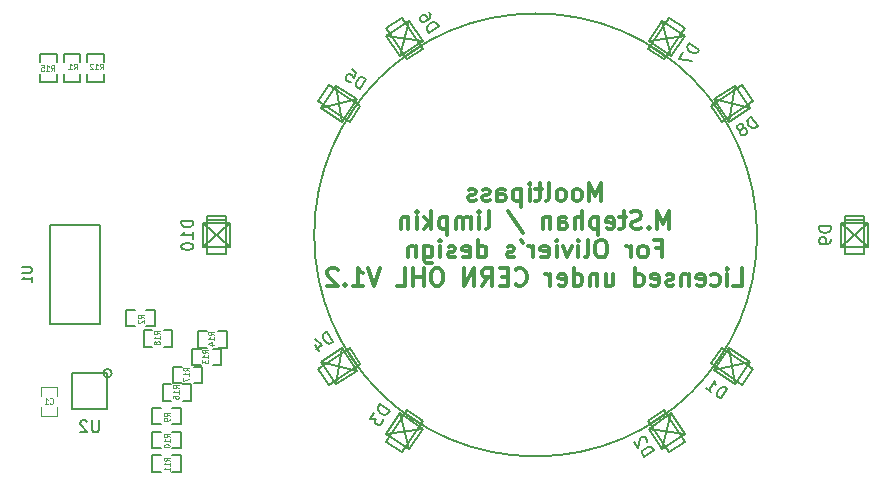
<source format=gbo>
G04 (created by PCBNEW (2013-07-07 BZR 4022)-stable) date 21/06/2014 13:29:55*
%MOIN*%
G04 Gerber Fmt 3.4, Leading zero omitted, Abs format*
%FSLAX34Y34*%
G01*
G70*
G90*
G04 APERTURE LIST*
%ADD10C,0.00590551*%
%ADD11C,0.011811*%
%ADD12C,0.005*%
%ADD13C,0.0047*%
%ADD14C,0.0045*%
G04 APERTURE END LIST*
G54D10*
G54D11*
X76302Y-57187D02*
X76302Y-56597D01*
X76105Y-57019D01*
X75908Y-56597D01*
X75908Y-57187D01*
X75542Y-57187D02*
X75598Y-57159D01*
X75627Y-57131D01*
X75655Y-57075D01*
X75655Y-56906D01*
X75627Y-56850D01*
X75598Y-56822D01*
X75542Y-56794D01*
X75458Y-56794D01*
X75402Y-56822D01*
X75374Y-56850D01*
X75345Y-56906D01*
X75345Y-57075D01*
X75374Y-57131D01*
X75402Y-57159D01*
X75458Y-57187D01*
X75542Y-57187D01*
X75008Y-57187D02*
X75064Y-57159D01*
X75092Y-57131D01*
X75120Y-57075D01*
X75120Y-56906D01*
X75092Y-56850D01*
X75064Y-56822D01*
X75008Y-56794D01*
X74924Y-56794D01*
X74867Y-56822D01*
X74839Y-56850D01*
X74811Y-56906D01*
X74811Y-57075D01*
X74839Y-57131D01*
X74867Y-57159D01*
X74924Y-57187D01*
X75008Y-57187D01*
X74474Y-57187D02*
X74530Y-57159D01*
X74558Y-57103D01*
X74558Y-56597D01*
X74333Y-56794D02*
X74108Y-56794D01*
X74249Y-56597D02*
X74249Y-57103D01*
X74221Y-57159D01*
X74164Y-57187D01*
X74108Y-57187D01*
X73911Y-57187D02*
X73911Y-56794D01*
X73911Y-56597D02*
X73939Y-56625D01*
X73911Y-56653D01*
X73883Y-56625D01*
X73911Y-56597D01*
X73911Y-56653D01*
X73630Y-56794D02*
X73630Y-57384D01*
X73630Y-56822D02*
X73574Y-56794D01*
X73461Y-56794D01*
X73405Y-56822D01*
X73377Y-56850D01*
X73349Y-56906D01*
X73349Y-57075D01*
X73377Y-57131D01*
X73405Y-57159D01*
X73461Y-57187D01*
X73574Y-57187D01*
X73630Y-57159D01*
X72843Y-57187D02*
X72843Y-56878D01*
X72871Y-56822D01*
X72927Y-56794D01*
X73039Y-56794D01*
X73096Y-56822D01*
X72843Y-57159D02*
X72899Y-57187D01*
X73039Y-57187D01*
X73096Y-57159D01*
X73124Y-57103D01*
X73124Y-57047D01*
X73096Y-56991D01*
X73039Y-56962D01*
X72899Y-56962D01*
X72843Y-56934D01*
X72589Y-57159D02*
X72533Y-57187D01*
X72421Y-57187D01*
X72365Y-57159D01*
X72336Y-57103D01*
X72336Y-57075D01*
X72365Y-57019D01*
X72421Y-56991D01*
X72505Y-56991D01*
X72561Y-56962D01*
X72589Y-56906D01*
X72589Y-56878D01*
X72561Y-56822D01*
X72505Y-56794D01*
X72421Y-56794D01*
X72365Y-56822D01*
X72111Y-57159D02*
X72055Y-57187D01*
X71943Y-57187D01*
X71886Y-57159D01*
X71858Y-57103D01*
X71858Y-57075D01*
X71886Y-57019D01*
X71943Y-56991D01*
X72027Y-56991D01*
X72083Y-56962D01*
X72111Y-56906D01*
X72111Y-56878D01*
X72083Y-56822D01*
X72027Y-56794D01*
X71943Y-56794D01*
X71886Y-56822D01*
X78565Y-58132D02*
X78565Y-57542D01*
X78368Y-57964D01*
X78172Y-57542D01*
X78172Y-58132D01*
X77890Y-58076D02*
X77862Y-58104D01*
X77890Y-58132D01*
X77919Y-58104D01*
X77890Y-58076D01*
X77890Y-58132D01*
X77637Y-58104D02*
X77553Y-58132D01*
X77412Y-58132D01*
X77356Y-58104D01*
X77328Y-58076D01*
X77300Y-58020D01*
X77300Y-57964D01*
X77328Y-57907D01*
X77356Y-57879D01*
X77412Y-57851D01*
X77525Y-57823D01*
X77581Y-57795D01*
X77609Y-57767D01*
X77637Y-57710D01*
X77637Y-57654D01*
X77609Y-57598D01*
X77581Y-57570D01*
X77525Y-57542D01*
X77384Y-57542D01*
X77300Y-57570D01*
X77131Y-57739D02*
X76906Y-57739D01*
X77047Y-57542D02*
X77047Y-58048D01*
X77019Y-58104D01*
X76962Y-58132D01*
X76906Y-58132D01*
X76484Y-58104D02*
X76541Y-58132D01*
X76653Y-58132D01*
X76709Y-58104D01*
X76737Y-58048D01*
X76737Y-57823D01*
X76709Y-57767D01*
X76653Y-57739D01*
X76541Y-57739D01*
X76484Y-57767D01*
X76456Y-57823D01*
X76456Y-57879D01*
X76737Y-57935D01*
X76203Y-57739D02*
X76203Y-58329D01*
X76203Y-57767D02*
X76147Y-57739D01*
X76034Y-57739D01*
X75978Y-57767D01*
X75950Y-57795D01*
X75922Y-57851D01*
X75922Y-58020D01*
X75950Y-58076D01*
X75978Y-58104D01*
X76034Y-58132D01*
X76147Y-58132D01*
X76203Y-58104D01*
X75669Y-58132D02*
X75669Y-57542D01*
X75416Y-58132D02*
X75416Y-57823D01*
X75444Y-57767D01*
X75500Y-57739D01*
X75584Y-57739D01*
X75641Y-57767D01*
X75669Y-57795D01*
X74881Y-58132D02*
X74881Y-57823D01*
X74910Y-57767D01*
X74966Y-57739D01*
X75078Y-57739D01*
X75134Y-57767D01*
X74881Y-58104D02*
X74938Y-58132D01*
X75078Y-58132D01*
X75134Y-58104D01*
X75163Y-58048D01*
X75163Y-57992D01*
X75134Y-57935D01*
X75078Y-57907D01*
X74938Y-57907D01*
X74881Y-57879D01*
X74600Y-57739D02*
X74600Y-58132D01*
X74600Y-57795D02*
X74572Y-57767D01*
X74516Y-57739D01*
X74431Y-57739D01*
X74375Y-57767D01*
X74347Y-57823D01*
X74347Y-58132D01*
X73194Y-57514D02*
X73700Y-58273D01*
X72463Y-58132D02*
X72519Y-58104D01*
X72547Y-58048D01*
X72547Y-57542D01*
X72238Y-58132D02*
X72238Y-57739D01*
X72238Y-57542D02*
X72266Y-57570D01*
X72238Y-57598D01*
X72210Y-57570D01*
X72238Y-57542D01*
X72238Y-57598D01*
X71957Y-58132D02*
X71957Y-57739D01*
X71957Y-57795D02*
X71929Y-57767D01*
X71872Y-57739D01*
X71788Y-57739D01*
X71732Y-57767D01*
X71704Y-57823D01*
X71704Y-58132D01*
X71704Y-57823D02*
X71676Y-57767D01*
X71619Y-57739D01*
X71535Y-57739D01*
X71479Y-57767D01*
X71451Y-57823D01*
X71451Y-58132D01*
X71169Y-57739D02*
X71169Y-58329D01*
X71169Y-57767D02*
X71113Y-57739D01*
X71001Y-57739D01*
X70944Y-57767D01*
X70916Y-57795D01*
X70888Y-57851D01*
X70888Y-58020D01*
X70916Y-58076D01*
X70944Y-58104D01*
X71001Y-58132D01*
X71113Y-58132D01*
X71169Y-58104D01*
X70635Y-58132D02*
X70635Y-57542D01*
X70579Y-57907D02*
X70410Y-58132D01*
X70410Y-57739D02*
X70635Y-57964D01*
X70157Y-58132D02*
X70157Y-57739D01*
X70157Y-57542D02*
X70185Y-57570D01*
X70157Y-57598D01*
X70129Y-57570D01*
X70157Y-57542D01*
X70157Y-57598D01*
X69876Y-57739D02*
X69876Y-58132D01*
X69876Y-57795D02*
X69848Y-57767D01*
X69791Y-57739D01*
X69707Y-57739D01*
X69651Y-57767D01*
X69623Y-57823D01*
X69623Y-58132D01*
X78129Y-58768D02*
X78326Y-58768D01*
X78326Y-59077D02*
X78326Y-58487D01*
X78045Y-58487D01*
X77736Y-59077D02*
X77792Y-59049D01*
X77820Y-59021D01*
X77848Y-58965D01*
X77848Y-58796D01*
X77820Y-58740D01*
X77792Y-58712D01*
X77736Y-58683D01*
X77651Y-58683D01*
X77595Y-58712D01*
X77567Y-58740D01*
X77539Y-58796D01*
X77539Y-58965D01*
X77567Y-59021D01*
X77595Y-59049D01*
X77651Y-59077D01*
X77736Y-59077D01*
X77286Y-59077D02*
X77286Y-58683D01*
X77286Y-58796D02*
X77258Y-58740D01*
X77230Y-58712D01*
X77173Y-58683D01*
X77117Y-58683D01*
X76358Y-58487D02*
X76245Y-58487D01*
X76189Y-58515D01*
X76133Y-58571D01*
X76105Y-58683D01*
X76105Y-58880D01*
X76133Y-58993D01*
X76189Y-59049D01*
X76245Y-59077D01*
X76358Y-59077D01*
X76414Y-59049D01*
X76470Y-58993D01*
X76498Y-58880D01*
X76498Y-58683D01*
X76470Y-58571D01*
X76414Y-58515D01*
X76358Y-58487D01*
X75767Y-59077D02*
X75823Y-59049D01*
X75852Y-58993D01*
X75852Y-58487D01*
X75542Y-59077D02*
X75542Y-58683D01*
X75542Y-58487D02*
X75570Y-58515D01*
X75542Y-58543D01*
X75514Y-58515D01*
X75542Y-58487D01*
X75542Y-58543D01*
X75317Y-58683D02*
X75177Y-59077D01*
X75036Y-58683D01*
X74811Y-59077D02*
X74811Y-58683D01*
X74811Y-58487D02*
X74839Y-58515D01*
X74811Y-58543D01*
X74783Y-58515D01*
X74811Y-58487D01*
X74811Y-58543D01*
X74305Y-59049D02*
X74361Y-59077D01*
X74474Y-59077D01*
X74530Y-59049D01*
X74558Y-58993D01*
X74558Y-58768D01*
X74530Y-58712D01*
X74474Y-58683D01*
X74361Y-58683D01*
X74305Y-58712D01*
X74277Y-58768D01*
X74277Y-58824D01*
X74558Y-58880D01*
X74024Y-59077D02*
X74024Y-58683D01*
X74024Y-58796D02*
X73996Y-58740D01*
X73967Y-58712D01*
X73911Y-58683D01*
X73855Y-58683D01*
X73630Y-58487D02*
X73686Y-58599D01*
X73405Y-59049D02*
X73349Y-59077D01*
X73236Y-59077D01*
X73180Y-59049D01*
X73152Y-58993D01*
X73152Y-58965D01*
X73180Y-58908D01*
X73236Y-58880D01*
X73321Y-58880D01*
X73377Y-58852D01*
X73405Y-58796D01*
X73405Y-58768D01*
X73377Y-58712D01*
X73321Y-58683D01*
X73236Y-58683D01*
X73180Y-58712D01*
X72196Y-59077D02*
X72196Y-58487D01*
X72196Y-59049D02*
X72252Y-59077D01*
X72365Y-59077D01*
X72421Y-59049D01*
X72449Y-59021D01*
X72477Y-58965D01*
X72477Y-58796D01*
X72449Y-58740D01*
X72421Y-58712D01*
X72365Y-58683D01*
X72252Y-58683D01*
X72196Y-58712D01*
X71690Y-59049D02*
X71746Y-59077D01*
X71858Y-59077D01*
X71915Y-59049D01*
X71943Y-58993D01*
X71943Y-58768D01*
X71915Y-58712D01*
X71858Y-58683D01*
X71746Y-58683D01*
X71690Y-58712D01*
X71661Y-58768D01*
X71661Y-58824D01*
X71943Y-58880D01*
X71437Y-59049D02*
X71380Y-59077D01*
X71268Y-59077D01*
X71212Y-59049D01*
X71183Y-58993D01*
X71183Y-58965D01*
X71212Y-58908D01*
X71268Y-58880D01*
X71352Y-58880D01*
X71408Y-58852D01*
X71437Y-58796D01*
X71437Y-58768D01*
X71408Y-58712D01*
X71352Y-58683D01*
X71268Y-58683D01*
X71212Y-58712D01*
X70930Y-59077D02*
X70930Y-58683D01*
X70930Y-58487D02*
X70958Y-58515D01*
X70930Y-58543D01*
X70902Y-58515D01*
X70930Y-58487D01*
X70930Y-58543D01*
X70396Y-58683D02*
X70396Y-59161D01*
X70424Y-59218D01*
X70452Y-59246D01*
X70508Y-59274D01*
X70593Y-59274D01*
X70649Y-59246D01*
X70396Y-59049D02*
X70452Y-59077D01*
X70565Y-59077D01*
X70621Y-59049D01*
X70649Y-59021D01*
X70677Y-58965D01*
X70677Y-58796D01*
X70649Y-58740D01*
X70621Y-58712D01*
X70565Y-58683D01*
X70452Y-58683D01*
X70396Y-58712D01*
X70115Y-58683D02*
X70115Y-59077D01*
X70115Y-58740D02*
X70087Y-58712D01*
X70030Y-58683D01*
X69946Y-58683D01*
X69890Y-58712D01*
X69862Y-58768D01*
X69862Y-59077D01*
X80703Y-60022D02*
X80984Y-60022D01*
X80984Y-59431D01*
X80506Y-60022D02*
X80506Y-59628D01*
X80506Y-59431D02*
X80534Y-59460D01*
X80506Y-59488D01*
X80478Y-59460D01*
X80506Y-59431D01*
X80506Y-59488D01*
X79971Y-59994D02*
X80028Y-60022D01*
X80140Y-60022D01*
X80196Y-59994D01*
X80224Y-59966D01*
X80253Y-59910D01*
X80253Y-59741D01*
X80224Y-59685D01*
X80196Y-59656D01*
X80140Y-59628D01*
X80028Y-59628D01*
X79971Y-59656D01*
X79493Y-59994D02*
X79550Y-60022D01*
X79662Y-60022D01*
X79718Y-59994D01*
X79746Y-59938D01*
X79746Y-59713D01*
X79718Y-59656D01*
X79662Y-59628D01*
X79550Y-59628D01*
X79493Y-59656D01*
X79465Y-59713D01*
X79465Y-59769D01*
X79746Y-59825D01*
X79212Y-59628D02*
X79212Y-60022D01*
X79212Y-59685D02*
X79184Y-59656D01*
X79128Y-59628D01*
X79043Y-59628D01*
X78987Y-59656D01*
X78959Y-59713D01*
X78959Y-60022D01*
X78706Y-59994D02*
X78650Y-60022D01*
X78537Y-60022D01*
X78481Y-59994D01*
X78453Y-59938D01*
X78453Y-59910D01*
X78481Y-59853D01*
X78537Y-59825D01*
X78622Y-59825D01*
X78678Y-59797D01*
X78706Y-59741D01*
X78706Y-59713D01*
X78678Y-59656D01*
X78622Y-59628D01*
X78537Y-59628D01*
X78481Y-59656D01*
X77975Y-59994D02*
X78031Y-60022D01*
X78143Y-60022D01*
X78200Y-59994D01*
X78228Y-59938D01*
X78228Y-59713D01*
X78200Y-59656D01*
X78143Y-59628D01*
X78031Y-59628D01*
X77975Y-59656D01*
X77947Y-59713D01*
X77947Y-59769D01*
X78228Y-59825D01*
X77440Y-60022D02*
X77440Y-59431D01*
X77440Y-59994D02*
X77497Y-60022D01*
X77609Y-60022D01*
X77665Y-59994D01*
X77694Y-59966D01*
X77722Y-59910D01*
X77722Y-59741D01*
X77694Y-59685D01*
X77665Y-59656D01*
X77609Y-59628D01*
X77497Y-59628D01*
X77440Y-59656D01*
X76456Y-59628D02*
X76456Y-60022D01*
X76709Y-59628D02*
X76709Y-59938D01*
X76681Y-59994D01*
X76625Y-60022D01*
X76541Y-60022D01*
X76484Y-59994D01*
X76456Y-59966D01*
X76175Y-59628D02*
X76175Y-60022D01*
X76175Y-59685D02*
X76147Y-59656D01*
X76091Y-59628D01*
X76006Y-59628D01*
X75950Y-59656D01*
X75922Y-59713D01*
X75922Y-60022D01*
X75388Y-60022D02*
X75388Y-59431D01*
X75388Y-59994D02*
X75444Y-60022D01*
X75556Y-60022D01*
X75613Y-59994D01*
X75641Y-59966D01*
X75669Y-59910D01*
X75669Y-59741D01*
X75641Y-59685D01*
X75613Y-59656D01*
X75556Y-59628D01*
X75444Y-59628D01*
X75388Y-59656D01*
X74881Y-59994D02*
X74938Y-60022D01*
X75050Y-60022D01*
X75106Y-59994D01*
X75134Y-59938D01*
X75134Y-59713D01*
X75106Y-59656D01*
X75050Y-59628D01*
X74938Y-59628D01*
X74881Y-59656D01*
X74853Y-59713D01*
X74853Y-59769D01*
X75134Y-59825D01*
X74600Y-60022D02*
X74600Y-59628D01*
X74600Y-59741D02*
X74572Y-59685D01*
X74544Y-59656D01*
X74488Y-59628D01*
X74431Y-59628D01*
X73447Y-59966D02*
X73475Y-59994D01*
X73560Y-60022D01*
X73616Y-60022D01*
X73700Y-59994D01*
X73757Y-59938D01*
X73785Y-59881D01*
X73813Y-59769D01*
X73813Y-59685D01*
X73785Y-59572D01*
X73757Y-59516D01*
X73700Y-59460D01*
X73616Y-59431D01*
X73560Y-59431D01*
X73475Y-59460D01*
X73447Y-59488D01*
X73194Y-59713D02*
X72997Y-59713D01*
X72913Y-60022D02*
X73194Y-60022D01*
X73194Y-59431D01*
X72913Y-59431D01*
X72322Y-60022D02*
X72519Y-59741D01*
X72660Y-60022D02*
X72660Y-59431D01*
X72435Y-59431D01*
X72379Y-59460D01*
X72350Y-59488D01*
X72322Y-59544D01*
X72322Y-59628D01*
X72350Y-59685D01*
X72379Y-59713D01*
X72435Y-59741D01*
X72660Y-59741D01*
X72069Y-60022D02*
X72069Y-59431D01*
X71732Y-60022D01*
X71732Y-59431D01*
X70888Y-59431D02*
X70776Y-59431D01*
X70719Y-59460D01*
X70663Y-59516D01*
X70635Y-59628D01*
X70635Y-59825D01*
X70663Y-59938D01*
X70719Y-59994D01*
X70776Y-60022D01*
X70888Y-60022D01*
X70944Y-59994D01*
X71001Y-59938D01*
X71029Y-59825D01*
X71029Y-59628D01*
X71001Y-59516D01*
X70944Y-59460D01*
X70888Y-59431D01*
X70382Y-60022D02*
X70382Y-59431D01*
X70382Y-59713D02*
X70044Y-59713D01*
X70044Y-60022D02*
X70044Y-59431D01*
X69482Y-60022D02*
X69763Y-60022D01*
X69763Y-59431D01*
X68920Y-59431D02*
X68723Y-60022D01*
X68526Y-59431D01*
X68020Y-60022D02*
X68357Y-60022D01*
X68188Y-60022D02*
X68188Y-59431D01*
X68245Y-59516D01*
X68301Y-59572D01*
X68357Y-59600D01*
X67767Y-59966D02*
X67739Y-59994D01*
X67767Y-60022D01*
X67795Y-59994D01*
X67767Y-59966D01*
X67767Y-60022D01*
X67514Y-59488D02*
X67485Y-59460D01*
X67429Y-59431D01*
X67289Y-59431D01*
X67232Y-59460D01*
X67204Y-59488D01*
X67176Y-59544D01*
X67176Y-59600D01*
X67204Y-59685D01*
X67542Y-60022D01*
X67176Y-60022D01*
G54D10*
X59984Y-62933D02*
G75*
G03X59984Y-62933I-141J0D01*
G74*
G01*
X59842Y-62933D02*
X58661Y-62933D01*
X58661Y-62933D02*
X58661Y-64114D01*
X58661Y-64114D02*
X59842Y-64114D01*
X59842Y-64114D02*
X59842Y-62933D01*
X81496Y-58326D02*
G75*
G03X81496Y-58326I-7381J0D01*
G74*
G01*
X63799Y-57814D02*
X63169Y-57814D01*
X63799Y-58956D02*
X63799Y-57696D01*
X63799Y-57696D02*
X63169Y-57696D01*
X63169Y-57696D02*
X63169Y-58956D01*
X63169Y-58956D02*
X63799Y-58956D01*
X63031Y-58740D02*
X63937Y-57913D01*
X63937Y-58740D02*
X63031Y-57913D01*
X63937Y-58740D02*
X63937Y-57913D01*
X63937Y-57913D02*
X63031Y-57913D01*
X63031Y-57913D02*
X63031Y-58740D01*
X63031Y-58740D02*
X63937Y-58740D01*
X85059Y-57814D02*
X84429Y-57814D01*
X85059Y-58956D02*
X85059Y-57696D01*
X85059Y-57696D02*
X84429Y-57696D01*
X84429Y-57696D02*
X84429Y-58956D01*
X84429Y-58956D02*
X85059Y-58956D01*
X84291Y-58740D02*
X85196Y-57913D01*
X85196Y-58740D02*
X84291Y-57913D01*
X85196Y-58740D02*
X85196Y-57913D01*
X85196Y-57913D02*
X84291Y-57913D01*
X84291Y-57913D02*
X84291Y-58740D01*
X84291Y-58740D02*
X85196Y-58740D01*
X80060Y-53975D02*
X80411Y-54499D01*
X81009Y-53340D02*
X79962Y-54041D01*
X79962Y-54041D02*
X80313Y-54564D01*
X80313Y-54564D02*
X81360Y-53864D01*
X81360Y-53864D02*
X81009Y-53340D01*
X81256Y-54099D02*
X80066Y-53806D01*
X80753Y-53346D02*
X80569Y-54558D01*
X80753Y-53346D02*
X80066Y-53806D01*
X80066Y-53806D02*
X80569Y-54558D01*
X80569Y-54558D02*
X81256Y-54099D01*
X81256Y-54099D02*
X80753Y-53346D01*
X77941Y-52029D02*
X78465Y-52380D01*
X78576Y-51080D02*
X77876Y-52127D01*
X77876Y-52127D02*
X78399Y-52478D01*
X78399Y-52478D02*
X79100Y-51431D01*
X79100Y-51431D02*
X78576Y-51080D01*
X79094Y-51687D02*
X77881Y-51871D01*
X78341Y-51184D02*
X78634Y-52374D01*
X78341Y-51184D02*
X77881Y-51871D01*
X77881Y-51871D02*
X78634Y-52374D01*
X78634Y-52374D02*
X79094Y-51687D01*
X79094Y-51687D02*
X78341Y-51184D01*
X69763Y-52380D02*
X70286Y-52029D01*
X69128Y-51431D02*
X69828Y-52478D01*
X69828Y-52478D02*
X70352Y-52127D01*
X70352Y-52127D02*
X69651Y-51080D01*
X69651Y-51080D02*
X69128Y-51431D01*
X69886Y-51184D02*
X69593Y-52374D01*
X69133Y-51687D02*
X70346Y-51871D01*
X69133Y-51687D02*
X69593Y-52374D01*
X69593Y-52374D02*
X70346Y-51871D01*
X70346Y-51871D02*
X69886Y-51184D01*
X69886Y-51184D02*
X69133Y-51687D01*
X67817Y-54499D02*
X68167Y-53975D01*
X66868Y-53864D02*
X67915Y-54564D01*
X67915Y-54564D02*
X68265Y-54041D01*
X68265Y-54041D02*
X67218Y-53340D01*
X67218Y-53340D02*
X66868Y-53864D01*
X67475Y-53346D02*
X67658Y-54558D01*
X66971Y-54099D02*
X68162Y-53806D01*
X66971Y-54099D02*
X67658Y-54558D01*
X67658Y-54558D02*
X68162Y-53806D01*
X68162Y-53806D02*
X67475Y-53346D01*
X67475Y-53346D02*
X66971Y-54099D01*
X68167Y-62677D02*
X67817Y-62154D01*
X67218Y-63312D02*
X68265Y-62612D01*
X68265Y-62612D02*
X67915Y-62088D01*
X67915Y-62088D02*
X66868Y-62789D01*
X66868Y-62789D02*
X67218Y-63312D01*
X66971Y-62554D02*
X68162Y-62847D01*
X67475Y-63306D02*
X67658Y-62094D01*
X67475Y-63306D02*
X68162Y-62847D01*
X68162Y-62847D02*
X67658Y-62094D01*
X67658Y-62094D02*
X66971Y-62554D01*
X66971Y-62554D02*
X67475Y-63306D01*
X70286Y-64623D02*
X69763Y-64273D01*
X69651Y-65572D02*
X70352Y-64525D01*
X70352Y-64525D02*
X69828Y-64175D01*
X69828Y-64175D02*
X69128Y-65222D01*
X69128Y-65222D02*
X69651Y-65572D01*
X69133Y-64965D02*
X70346Y-64782D01*
X69886Y-65469D02*
X69593Y-64278D01*
X69886Y-65469D02*
X70346Y-64782D01*
X70346Y-64782D02*
X69593Y-64278D01*
X69593Y-64278D02*
X69133Y-64965D01*
X69133Y-64965D02*
X69886Y-65469D01*
X78465Y-64273D02*
X77941Y-64623D01*
X79100Y-65222D02*
X78399Y-64175D01*
X78399Y-64175D02*
X77876Y-64525D01*
X77876Y-64525D02*
X78576Y-65572D01*
X78576Y-65572D02*
X79100Y-65222D01*
X78341Y-65469D02*
X78634Y-64278D01*
X79094Y-64965D02*
X77881Y-64782D01*
X79094Y-64965D02*
X78634Y-64278D01*
X78634Y-64278D02*
X77881Y-64782D01*
X77881Y-64782D02*
X78341Y-65469D01*
X78341Y-65469D02*
X79094Y-64965D01*
X80413Y-62153D02*
X80060Y-62675D01*
X81359Y-62791D02*
X80315Y-62087D01*
X80315Y-62087D02*
X79963Y-62609D01*
X79963Y-62609D02*
X81007Y-63314D01*
X81007Y-63314D02*
X81359Y-62791D01*
X80750Y-63307D02*
X80571Y-62094D01*
X81257Y-62556D02*
X80065Y-62844D01*
X81257Y-62556D02*
X80571Y-62094D01*
X80571Y-62094D02*
X80065Y-62844D01*
X80065Y-62844D02*
X80750Y-63307D01*
X80750Y-63307D02*
X81257Y-62556D01*
G54D12*
X61614Y-64645D02*
X61336Y-64645D01*
X61336Y-64645D02*
X61336Y-64095D01*
X61336Y-64095D02*
X61614Y-64095D01*
X62286Y-64645D02*
X62008Y-64645D01*
X62286Y-64645D02*
X62286Y-64095D01*
X62286Y-64095D02*
X62008Y-64095D01*
X61614Y-65432D02*
X61336Y-65432D01*
X61336Y-65432D02*
X61336Y-64882D01*
X61336Y-64882D02*
X61614Y-64882D01*
X62286Y-65432D02*
X62008Y-65432D01*
X62286Y-65432D02*
X62286Y-64882D01*
X62286Y-64882D02*
X62008Y-64882D01*
X61614Y-66219D02*
X61336Y-66219D01*
X61336Y-66219D02*
X61336Y-65669D01*
X61336Y-65669D02*
X61614Y-65669D01*
X62286Y-66219D02*
X62008Y-66219D01*
X62286Y-66219D02*
X62286Y-65669D01*
X62286Y-65669D02*
X62008Y-65669D01*
X60747Y-61377D02*
X60469Y-61377D01*
X60469Y-61377D02*
X60469Y-60827D01*
X60469Y-60827D02*
X60747Y-60827D01*
X61419Y-61377D02*
X61141Y-61377D01*
X61419Y-61377D02*
X61419Y-60827D01*
X61419Y-60827D02*
X61141Y-60827D01*
X58936Y-52952D02*
X58936Y-53230D01*
X58936Y-53230D02*
X58386Y-53230D01*
X58386Y-53230D02*
X58386Y-52952D01*
X58936Y-52280D02*
X58936Y-52558D01*
X58936Y-52280D02*
X58386Y-52280D01*
X58386Y-52280D02*
X58386Y-52558D01*
X63346Y-62126D02*
X63624Y-62126D01*
X63624Y-62126D02*
X63624Y-62676D01*
X63624Y-62676D02*
X63346Y-62676D01*
X62674Y-62126D02*
X62952Y-62126D01*
X62674Y-62126D02*
X62674Y-62676D01*
X62674Y-62676D02*
X62952Y-62676D01*
X63543Y-61536D02*
X63821Y-61536D01*
X63821Y-61536D02*
X63821Y-62086D01*
X63821Y-62086D02*
X63543Y-62086D01*
X62871Y-61536D02*
X63149Y-61536D01*
X62871Y-61536D02*
X62871Y-62086D01*
X62871Y-62086D02*
X63149Y-62086D01*
X57599Y-52558D02*
X57599Y-52280D01*
X57599Y-52280D02*
X58149Y-52280D01*
X58149Y-52280D02*
X58149Y-52558D01*
X57599Y-53230D02*
X57599Y-52952D01*
X57599Y-53230D02*
X58149Y-53230D01*
X58149Y-53230D02*
X58149Y-52952D01*
X62362Y-63307D02*
X62640Y-63307D01*
X62640Y-63307D02*
X62640Y-63857D01*
X62640Y-63857D02*
X62362Y-63857D01*
X61690Y-63307D02*
X61968Y-63307D01*
X61690Y-63307D02*
X61690Y-63857D01*
X61690Y-63857D02*
X61968Y-63857D01*
X62716Y-62717D02*
X62994Y-62717D01*
X62994Y-62717D02*
X62994Y-63267D01*
X62994Y-63267D02*
X62716Y-63267D01*
X62044Y-62717D02*
X62322Y-62717D01*
X62044Y-62717D02*
X62044Y-63267D01*
X62044Y-63267D02*
X62322Y-63267D01*
X61732Y-61496D02*
X62010Y-61496D01*
X62010Y-61496D02*
X62010Y-62046D01*
X62010Y-62046D02*
X61732Y-62046D01*
X61060Y-61496D02*
X61338Y-61496D01*
X61060Y-61496D02*
X61060Y-62046D01*
X61060Y-62046D02*
X61338Y-62046D01*
X59723Y-52952D02*
X59723Y-53230D01*
X59723Y-53230D02*
X59173Y-53230D01*
X59173Y-53230D02*
X59173Y-52952D01*
X59723Y-52280D02*
X59723Y-52558D01*
X59723Y-52280D02*
X59173Y-52280D01*
X59173Y-52280D02*
X59173Y-52558D01*
G54D10*
X59586Y-61279D02*
X59586Y-58011D01*
X59586Y-58011D02*
X57933Y-58011D01*
X57933Y-58011D02*
X57933Y-61279D01*
X57933Y-61279D02*
X59586Y-61279D01*
G54D13*
X58149Y-64074D02*
X58149Y-64349D01*
X58149Y-63680D02*
X58149Y-63405D01*
X57637Y-64074D02*
X57637Y-64349D01*
X57637Y-63405D02*
X57637Y-63680D01*
X57643Y-64349D02*
X58143Y-64349D01*
X58143Y-63405D02*
X57643Y-63405D01*
G54D10*
X59551Y-64509D02*
X59551Y-64828D01*
X59533Y-64865D01*
X59514Y-64884D01*
X59476Y-64903D01*
X59401Y-64903D01*
X59364Y-64884D01*
X59345Y-64865D01*
X59326Y-64828D01*
X59326Y-64509D01*
X59158Y-64547D02*
X59139Y-64528D01*
X59101Y-64509D01*
X59008Y-64509D01*
X58970Y-64528D01*
X58952Y-64547D01*
X58933Y-64584D01*
X58933Y-64622D01*
X58952Y-64678D01*
X59176Y-64903D01*
X58933Y-64903D01*
X62698Y-57848D02*
X62305Y-57848D01*
X62305Y-57942D01*
X62323Y-57998D01*
X62361Y-58036D01*
X62398Y-58054D01*
X62473Y-58073D01*
X62529Y-58073D01*
X62604Y-58054D01*
X62642Y-58036D01*
X62679Y-57998D01*
X62698Y-57942D01*
X62698Y-57848D01*
X62698Y-58448D02*
X62698Y-58223D01*
X62698Y-58336D02*
X62305Y-58336D01*
X62361Y-58298D01*
X62398Y-58261D01*
X62417Y-58223D01*
X62305Y-58692D02*
X62305Y-58729D01*
X62323Y-58767D01*
X62342Y-58786D01*
X62380Y-58804D01*
X62455Y-58823D01*
X62548Y-58823D01*
X62623Y-58804D01*
X62661Y-58786D01*
X62679Y-58767D01*
X62698Y-58729D01*
X62698Y-58692D01*
X62679Y-58654D01*
X62661Y-58636D01*
X62623Y-58617D01*
X62548Y-58598D01*
X62455Y-58598D01*
X62380Y-58617D01*
X62342Y-58636D01*
X62323Y-58654D01*
X62305Y-58692D01*
X83958Y-58036D02*
X83564Y-58036D01*
X83564Y-58129D01*
X83583Y-58186D01*
X83621Y-58223D01*
X83658Y-58242D01*
X83733Y-58261D01*
X83789Y-58261D01*
X83864Y-58242D01*
X83902Y-58223D01*
X83939Y-58186D01*
X83958Y-58129D01*
X83958Y-58036D01*
X83958Y-58448D02*
X83958Y-58523D01*
X83939Y-58561D01*
X83921Y-58579D01*
X83864Y-58617D01*
X83789Y-58636D01*
X83639Y-58636D01*
X83602Y-58617D01*
X83583Y-58598D01*
X83564Y-58561D01*
X83564Y-58486D01*
X83583Y-58448D01*
X83602Y-58429D01*
X83639Y-58411D01*
X83733Y-58411D01*
X83771Y-58429D01*
X83789Y-58448D01*
X83808Y-58486D01*
X83808Y-58561D01*
X83789Y-58598D01*
X83771Y-58617D01*
X83733Y-58636D01*
X81517Y-54708D02*
X81298Y-54381D01*
X81220Y-54433D01*
X81183Y-54480D01*
X81173Y-54532D01*
X81178Y-54574D01*
X81205Y-54646D01*
X81236Y-54693D01*
X81293Y-54745D01*
X81330Y-54766D01*
X81382Y-54776D01*
X81439Y-54760D01*
X81517Y-54708D01*
X81018Y-54772D02*
X81038Y-54735D01*
X81044Y-54709D01*
X81038Y-54668D01*
X81028Y-54652D01*
X80991Y-54631D01*
X80965Y-54626D01*
X80924Y-54631D01*
X80861Y-54673D01*
X80841Y-54710D01*
X80836Y-54736D01*
X80841Y-54777D01*
X80851Y-54793D01*
X80888Y-54813D01*
X80914Y-54819D01*
X80955Y-54813D01*
X81018Y-54772D01*
X81059Y-54766D01*
X81085Y-54771D01*
X81122Y-54792D01*
X81163Y-54854D01*
X81169Y-54896D01*
X81164Y-54922D01*
X81143Y-54959D01*
X81080Y-55000D01*
X81039Y-55006D01*
X81013Y-55000D01*
X80976Y-54980D01*
X80935Y-54917D01*
X80929Y-54876D01*
X80935Y-54850D01*
X80955Y-54813D01*
X79567Y-52152D02*
X79240Y-51933D01*
X79188Y-52011D01*
X79172Y-52068D01*
X79182Y-52120D01*
X79203Y-52156D01*
X79255Y-52214D01*
X79302Y-52245D01*
X79374Y-52271D01*
X79416Y-52276D01*
X79468Y-52266D01*
X79515Y-52230D01*
X79567Y-52152D01*
X79042Y-52229D02*
X78896Y-52447D01*
X79317Y-52526D01*
X70554Y-51584D02*
X70881Y-51365D01*
X70829Y-51287D01*
X70782Y-51250D01*
X70730Y-51240D01*
X70689Y-51245D01*
X70616Y-51271D01*
X70569Y-51303D01*
X70517Y-51360D01*
X70497Y-51396D01*
X70486Y-51448D01*
X70502Y-51506D01*
X70554Y-51584D01*
X70568Y-50897D02*
X70610Y-50959D01*
X70615Y-51001D01*
X70610Y-51027D01*
X70584Y-51089D01*
X70532Y-51147D01*
X70408Y-51230D01*
X70366Y-51235D01*
X70340Y-51230D01*
X70304Y-51210D01*
X70262Y-51147D01*
X70257Y-51106D01*
X70262Y-51080D01*
X70283Y-51043D01*
X70361Y-50991D01*
X70402Y-50986D01*
X70428Y-50991D01*
X70465Y-51012D01*
X70506Y-51074D01*
X70512Y-51116D01*
X70506Y-51142D01*
X70486Y-51178D01*
X68245Y-53461D02*
X68464Y-53134D01*
X68386Y-53082D01*
X68329Y-53066D01*
X68277Y-53076D01*
X68240Y-53097D01*
X68183Y-53149D01*
X68152Y-53196D01*
X68126Y-53269D01*
X68120Y-53310D01*
X68131Y-53362D01*
X68167Y-53409D01*
X68245Y-53461D01*
X67981Y-52811D02*
X68137Y-52915D01*
X68048Y-53081D01*
X68043Y-53055D01*
X68022Y-53019D01*
X67944Y-52967D01*
X67903Y-52961D01*
X67877Y-52966D01*
X67840Y-52987D01*
X67788Y-53065D01*
X67783Y-53107D01*
X67788Y-53133D01*
X67809Y-53169D01*
X67887Y-53221D01*
X67928Y-53227D01*
X67954Y-53221D01*
X67371Y-61886D02*
X67152Y-61559D01*
X67074Y-61611D01*
X67038Y-61658D01*
X67027Y-61710D01*
X67033Y-61751D01*
X67059Y-61824D01*
X67090Y-61871D01*
X67147Y-61923D01*
X67184Y-61943D01*
X67236Y-61954D01*
X67293Y-61938D01*
X67371Y-61886D01*
X66758Y-61981D02*
X66904Y-62199D01*
X66752Y-61804D02*
X66986Y-61985D01*
X66784Y-62121D01*
X69249Y-64195D02*
X68921Y-63976D01*
X68869Y-64054D01*
X68854Y-64111D01*
X68864Y-64163D01*
X68885Y-64200D01*
X68936Y-64257D01*
X68983Y-64288D01*
X69056Y-64314D01*
X69098Y-64320D01*
X69150Y-64309D01*
X69196Y-64273D01*
X69249Y-64195D01*
X68723Y-64272D02*
X68588Y-64475D01*
X68785Y-64449D01*
X68754Y-64496D01*
X68749Y-64537D01*
X68754Y-64563D01*
X68775Y-64600D01*
X68852Y-64652D01*
X68894Y-64657D01*
X68920Y-64652D01*
X68957Y-64631D01*
X69019Y-64538D01*
X69024Y-64496D01*
X69019Y-64470D01*
X77732Y-65729D02*
X78059Y-65510D01*
X78007Y-65432D01*
X77960Y-65396D01*
X77908Y-65386D01*
X77866Y-65391D01*
X77794Y-65417D01*
X77747Y-65448D01*
X77695Y-65506D01*
X77674Y-65542D01*
X77664Y-65594D01*
X77680Y-65651D01*
X77732Y-65729D01*
X77819Y-65220D02*
X77824Y-65194D01*
X77819Y-65152D01*
X77767Y-65074D01*
X77730Y-65053D01*
X77704Y-65048D01*
X77663Y-65053D01*
X77632Y-65074D01*
X77595Y-65121D01*
X77534Y-65433D01*
X77398Y-65231D01*
X80284Y-63778D02*
X80504Y-63452D01*
X80427Y-63399D01*
X80370Y-63384D01*
X80318Y-63394D01*
X80281Y-63414D01*
X80224Y-63466D01*
X80192Y-63513D01*
X80166Y-63585D01*
X80160Y-63627D01*
X80170Y-63679D01*
X80207Y-63726D01*
X80284Y-63778D01*
X79787Y-63443D02*
X79973Y-63569D01*
X79880Y-63506D02*
X80100Y-63179D01*
X80100Y-63247D01*
X80110Y-63299D01*
X80131Y-63335D01*
G54D14*
X61915Y-64365D02*
X61821Y-64305D01*
X61915Y-64262D02*
X61718Y-64262D01*
X61718Y-64330D01*
X61728Y-64347D01*
X61737Y-64356D01*
X61756Y-64365D01*
X61784Y-64365D01*
X61803Y-64356D01*
X61812Y-64347D01*
X61821Y-64330D01*
X61821Y-64262D01*
X61915Y-64450D02*
X61915Y-64485D01*
X61906Y-64502D01*
X61897Y-64510D01*
X61868Y-64527D01*
X61831Y-64536D01*
X61756Y-64536D01*
X61737Y-64527D01*
X61728Y-64519D01*
X61718Y-64502D01*
X61718Y-64467D01*
X61728Y-64450D01*
X61737Y-64442D01*
X61756Y-64433D01*
X61803Y-64433D01*
X61821Y-64442D01*
X61831Y-64450D01*
X61840Y-64467D01*
X61840Y-64502D01*
X61831Y-64519D01*
X61821Y-64527D01*
X61803Y-64536D01*
X61915Y-65066D02*
X61821Y-65006D01*
X61915Y-64963D02*
X61718Y-64963D01*
X61718Y-65032D01*
X61728Y-65049D01*
X61737Y-65058D01*
X61756Y-65066D01*
X61784Y-65066D01*
X61803Y-65058D01*
X61812Y-65049D01*
X61821Y-65032D01*
X61821Y-64963D01*
X61915Y-65238D02*
X61915Y-65135D01*
X61915Y-65186D02*
X61718Y-65186D01*
X61746Y-65169D01*
X61765Y-65152D01*
X61775Y-65135D01*
X61718Y-65349D02*
X61718Y-65366D01*
X61728Y-65383D01*
X61737Y-65392D01*
X61756Y-65401D01*
X61793Y-65409D01*
X61840Y-65409D01*
X61878Y-65401D01*
X61897Y-65392D01*
X61906Y-65383D01*
X61915Y-65366D01*
X61915Y-65349D01*
X61906Y-65332D01*
X61897Y-65323D01*
X61878Y-65315D01*
X61840Y-65306D01*
X61793Y-65306D01*
X61756Y-65315D01*
X61737Y-65323D01*
X61728Y-65332D01*
X61718Y-65349D01*
X61915Y-65854D02*
X61821Y-65794D01*
X61915Y-65751D02*
X61718Y-65751D01*
X61718Y-65819D01*
X61728Y-65837D01*
X61737Y-65845D01*
X61756Y-65854D01*
X61784Y-65854D01*
X61803Y-65845D01*
X61812Y-65837D01*
X61821Y-65819D01*
X61821Y-65751D01*
X61915Y-66025D02*
X61915Y-65922D01*
X61915Y-65974D02*
X61718Y-65974D01*
X61746Y-65957D01*
X61765Y-65939D01*
X61775Y-65922D01*
X61915Y-66197D02*
X61915Y-66094D01*
X61915Y-66145D02*
X61718Y-66145D01*
X61746Y-66128D01*
X61765Y-66111D01*
X61775Y-66094D01*
X61049Y-61097D02*
X60955Y-61037D01*
X61049Y-60994D02*
X60852Y-60994D01*
X60852Y-61063D01*
X60862Y-61080D01*
X60871Y-61088D01*
X60890Y-61097D01*
X60918Y-61097D01*
X60937Y-61088D01*
X60946Y-61080D01*
X60955Y-61063D01*
X60955Y-60994D01*
X60871Y-61165D02*
X60862Y-61174D01*
X60852Y-61191D01*
X60852Y-61234D01*
X60862Y-61251D01*
X60871Y-61260D01*
X60890Y-61268D01*
X60908Y-61268D01*
X60937Y-61260D01*
X61049Y-61157D01*
X61049Y-61268D01*
X58716Y-52810D02*
X58776Y-52716D01*
X58819Y-52810D02*
X58819Y-52613D01*
X58750Y-52613D01*
X58733Y-52623D01*
X58724Y-52632D01*
X58716Y-52651D01*
X58716Y-52679D01*
X58724Y-52698D01*
X58733Y-52707D01*
X58750Y-52716D01*
X58819Y-52716D01*
X58544Y-52810D02*
X58647Y-52810D01*
X58596Y-52810D02*
X58596Y-52613D01*
X58613Y-52641D01*
X58630Y-52660D01*
X58647Y-52669D01*
X63204Y-62260D02*
X63110Y-62200D01*
X63204Y-62158D02*
X63007Y-62158D01*
X63007Y-62226D01*
X63016Y-62243D01*
X63026Y-62252D01*
X63044Y-62260D01*
X63073Y-62260D01*
X63091Y-62252D01*
X63101Y-62243D01*
X63110Y-62226D01*
X63110Y-62158D01*
X63204Y-62432D02*
X63204Y-62329D01*
X63204Y-62380D02*
X63007Y-62380D01*
X63035Y-62363D01*
X63054Y-62346D01*
X63063Y-62329D01*
X63007Y-62492D02*
X63007Y-62603D01*
X63082Y-62543D01*
X63082Y-62569D01*
X63091Y-62586D01*
X63101Y-62595D01*
X63119Y-62603D01*
X63166Y-62603D01*
X63185Y-62595D01*
X63194Y-62586D01*
X63204Y-62569D01*
X63204Y-62518D01*
X63194Y-62500D01*
X63185Y-62492D01*
X63401Y-61670D02*
X63307Y-61610D01*
X63401Y-61567D02*
X63204Y-61567D01*
X63204Y-61636D01*
X63213Y-61653D01*
X63222Y-61661D01*
X63241Y-61670D01*
X63269Y-61670D01*
X63288Y-61661D01*
X63298Y-61653D01*
X63307Y-61636D01*
X63307Y-61567D01*
X63401Y-61841D02*
X63401Y-61738D01*
X63401Y-61790D02*
X63204Y-61790D01*
X63232Y-61773D01*
X63251Y-61756D01*
X63260Y-61738D01*
X63269Y-61996D02*
X63401Y-61996D01*
X63194Y-61953D02*
X63335Y-61910D01*
X63335Y-62021D01*
X57964Y-52860D02*
X58024Y-52766D01*
X58067Y-52860D02*
X58067Y-52663D01*
X57999Y-52663D01*
X57981Y-52673D01*
X57973Y-52682D01*
X57964Y-52701D01*
X57964Y-52729D01*
X57973Y-52748D01*
X57981Y-52757D01*
X57999Y-52766D01*
X58067Y-52766D01*
X57793Y-52860D02*
X57896Y-52860D01*
X57844Y-52860D02*
X57844Y-52663D01*
X57861Y-52691D01*
X57879Y-52710D01*
X57896Y-52719D01*
X57630Y-52663D02*
X57716Y-52663D01*
X57724Y-52757D01*
X57716Y-52748D01*
X57699Y-52738D01*
X57656Y-52738D01*
X57639Y-52748D01*
X57630Y-52757D01*
X57621Y-52776D01*
X57621Y-52823D01*
X57630Y-52841D01*
X57639Y-52851D01*
X57656Y-52860D01*
X57699Y-52860D01*
X57716Y-52851D01*
X57724Y-52841D01*
X62220Y-63441D02*
X62126Y-63381D01*
X62220Y-63339D02*
X62023Y-63339D01*
X62023Y-63407D01*
X62032Y-63424D01*
X62041Y-63433D01*
X62060Y-63441D01*
X62088Y-63441D01*
X62107Y-63433D01*
X62116Y-63424D01*
X62126Y-63407D01*
X62126Y-63339D01*
X62220Y-63613D02*
X62220Y-63510D01*
X62220Y-63561D02*
X62023Y-63561D01*
X62051Y-63544D01*
X62069Y-63527D01*
X62079Y-63510D01*
X62023Y-63767D02*
X62023Y-63733D01*
X62032Y-63716D01*
X62041Y-63707D01*
X62069Y-63690D01*
X62107Y-63681D01*
X62182Y-63681D01*
X62201Y-63690D01*
X62210Y-63699D01*
X62220Y-63716D01*
X62220Y-63750D01*
X62210Y-63767D01*
X62201Y-63776D01*
X62182Y-63784D01*
X62135Y-63784D01*
X62116Y-63776D01*
X62107Y-63767D01*
X62098Y-63750D01*
X62098Y-63716D01*
X62107Y-63699D01*
X62116Y-63690D01*
X62135Y-63681D01*
X62574Y-62851D02*
X62480Y-62791D01*
X62574Y-62748D02*
X62377Y-62748D01*
X62377Y-62817D01*
X62386Y-62834D01*
X62396Y-62842D01*
X62414Y-62851D01*
X62443Y-62851D01*
X62461Y-62842D01*
X62471Y-62834D01*
X62480Y-62817D01*
X62480Y-62748D01*
X62574Y-63022D02*
X62574Y-62919D01*
X62574Y-62971D02*
X62377Y-62971D01*
X62405Y-62954D01*
X62424Y-62937D01*
X62433Y-62919D01*
X62377Y-63082D02*
X62377Y-63202D01*
X62574Y-63125D01*
X61590Y-61630D02*
X61496Y-61570D01*
X61590Y-61528D02*
X61393Y-61528D01*
X61393Y-61596D01*
X61402Y-61613D01*
X61411Y-61622D01*
X61430Y-61630D01*
X61458Y-61630D01*
X61477Y-61622D01*
X61486Y-61613D01*
X61496Y-61596D01*
X61496Y-61528D01*
X61590Y-61802D02*
X61590Y-61699D01*
X61590Y-61750D02*
X61393Y-61750D01*
X61421Y-61733D01*
X61440Y-61716D01*
X61449Y-61699D01*
X61477Y-61905D02*
X61468Y-61888D01*
X61458Y-61879D01*
X61440Y-61870D01*
X61430Y-61870D01*
X61411Y-61879D01*
X61402Y-61888D01*
X61393Y-61905D01*
X61393Y-61939D01*
X61402Y-61956D01*
X61411Y-61965D01*
X61430Y-61973D01*
X61440Y-61973D01*
X61458Y-61965D01*
X61468Y-61956D01*
X61477Y-61939D01*
X61477Y-61905D01*
X61486Y-61888D01*
X61496Y-61879D01*
X61515Y-61870D01*
X61552Y-61870D01*
X61571Y-61879D01*
X61580Y-61888D01*
X61590Y-61905D01*
X61590Y-61939D01*
X61580Y-61956D01*
X61571Y-61965D01*
X61552Y-61973D01*
X61515Y-61973D01*
X61496Y-61965D01*
X61486Y-61956D01*
X61477Y-61939D01*
X59589Y-52810D02*
X59649Y-52716D01*
X59692Y-52810D02*
X59692Y-52613D01*
X59623Y-52613D01*
X59606Y-52623D01*
X59598Y-52632D01*
X59589Y-52651D01*
X59589Y-52679D01*
X59598Y-52698D01*
X59606Y-52707D01*
X59623Y-52716D01*
X59692Y-52716D01*
X59418Y-52810D02*
X59520Y-52810D01*
X59469Y-52810D02*
X59469Y-52613D01*
X59486Y-52641D01*
X59503Y-52660D01*
X59520Y-52669D01*
X59349Y-52632D02*
X59340Y-52623D01*
X59323Y-52613D01*
X59280Y-52613D01*
X59263Y-52623D01*
X59255Y-52632D01*
X59246Y-52651D01*
X59246Y-52669D01*
X59255Y-52698D01*
X59358Y-52810D01*
X59246Y-52810D01*
G54D10*
X56997Y-59405D02*
X57252Y-59405D01*
X57282Y-59420D01*
X57297Y-59435D01*
X57312Y-59465D01*
X57312Y-59525D01*
X57297Y-59555D01*
X57282Y-59570D01*
X57252Y-59585D01*
X56997Y-59585D01*
X57312Y-59900D02*
X57312Y-59720D01*
X57312Y-59810D02*
X56997Y-59810D01*
X57042Y-59780D01*
X57072Y-59750D01*
X57087Y-59720D01*
G54D14*
X57923Y-63939D02*
X57932Y-63949D01*
X57957Y-63958D01*
X57975Y-63958D01*
X58000Y-63949D01*
X58017Y-63930D01*
X58026Y-63911D01*
X58035Y-63873D01*
X58035Y-63844D01*
X58026Y-63806D01*
X58017Y-63787D01*
X58000Y-63768D01*
X57975Y-63758D01*
X57957Y-63758D01*
X57932Y-63768D01*
X57923Y-63777D01*
X57752Y-63958D02*
X57855Y-63958D01*
X57803Y-63958D02*
X57803Y-63758D01*
X57820Y-63787D01*
X57837Y-63806D01*
X57855Y-63816D01*
M02*

</source>
